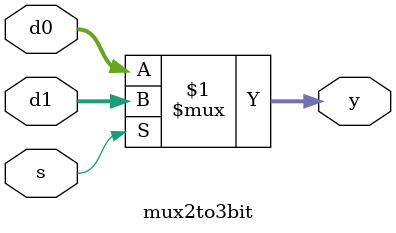
<source format=sv>
`timescale 1ns / 1ps
module mux2to3bit 
 (input logic [2:0] d0, d1, 
 input logic s, 
 output logic [2:0] y); 
 assign y = s ? d1 : d0; 
endmodule

</source>
